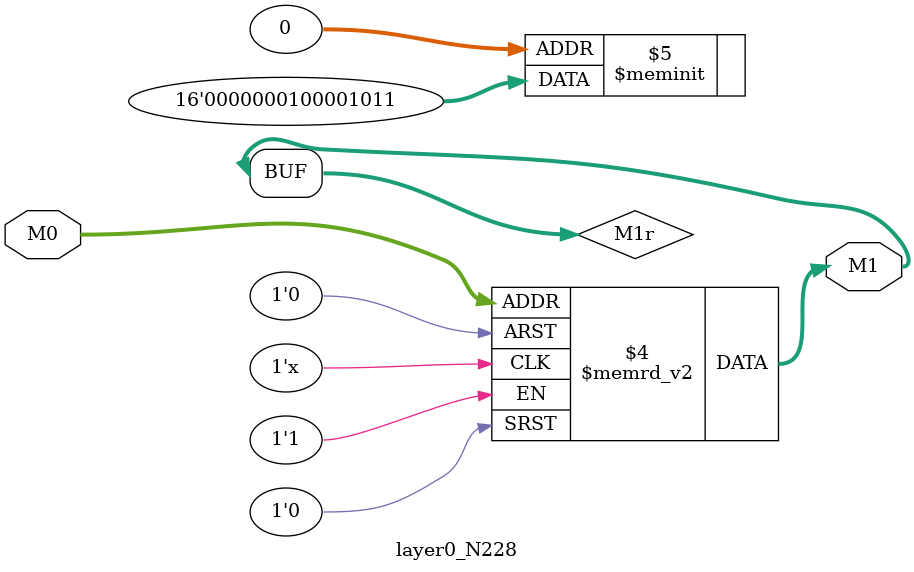
<source format=v>
module layer0_N228 ( input [2:0] M0, output [1:0] M1 );

	(*rom_style = "distributed" *) reg [1:0] M1r;
	assign M1 = M1r;
	always @ (M0) begin
		case (M0)
			3'b000: M1r = 2'b11;
			3'b100: M1r = 2'b01;
			3'b010: M1r = 2'b00;
			3'b110: M1r = 2'b00;
			3'b001: M1r = 2'b10;
			3'b101: M1r = 2'b00;
			3'b011: M1r = 2'b00;
			3'b111: M1r = 2'b00;

		endcase
	end
endmodule

</source>
